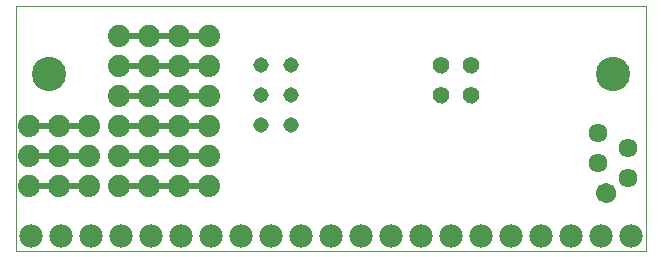
<source format=gbs>
G75*
G70*
%OFA0B0*%
%FSLAX24Y24*%
%IPPOS*%
%LPD*%
%AMOC8*
5,1,8,0,0,1.08239X$1,22.5*
%
%ADD10C,0.0000*%
%ADD11C,0.1143*%
%ADD12R,0.0300X0.0200*%
%ADD13C,0.0780*%
%ADD14C,0.0552*%
%ADD15C,0.0516*%
%ADD16C,0.0634*%
%ADD17C,0.0671*%
%ADD18C,0.0740*%
D10*
X000302Y002258D02*
X000302Y010408D01*
X021302Y010408D01*
X021302Y002258D01*
X000302Y002258D01*
X014236Y007438D02*
X014238Y007468D01*
X014244Y007498D01*
X014253Y007527D01*
X014266Y007554D01*
X014283Y007579D01*
X014302Y007602D01*
X014325Y007623D01*
X014350Y007640D01*
X014376Y007654D01*
X014405Y007664D01*
X014434Y007671D01*
X014464Y007674D01*
X014495Y007673D01*
X014525Y007668D01*
X014554Y007659D01*
X014581Y007647D01*
X014607Y007632D01*
X014631Y007613D01*
X014652Y007591D01*
X014670Y007567D01*
X014685Y007540D01*
X014696Y007512D01*
X014704Y007483D01*
X014708Y007453D01*
X014708Y007423D01*
X014704Y007393D01*
X014696Y007364D01*
X014685Y007336D01*
X014670Y007309D01*
X014652Y007285D01*
X014631Y007263D01*
X014607Y007244D01*
X014581Y007229D01*
X014554Y007217D01*
X014525Y007208D01*
X014495Y007203D01*
X014464Y007202D01*
X014434Y007205D01*
X014405Y007212D01*
X014376Y007222D01*
X014350Y007236D01*
X014325Y007253D01*
X014302Y007274D01*
X014283Y007297D01*
X014266Y007322D01*
X014253Y007349D01*
X014244Y007378D01*
X014238Y007408D01*
X014236Y007438D01*
X015236Y007438D02*
X015238Y007468D01*
X015244Y007498D01*
X015253Y007527D01*
X015266Y007554D01*
X015283Y007579D01*
X015302Y007602D01*
X015325Y007623D01*
X015350Y007640D01*
X015376Y007654D01*
X015405Y007664D01*
X015434Y007671D01*
X015464Y007674D01*
X015495Y007673D01*
X015525Y007668D01*
X015554Y007659D01*
X015581Y007647D01*
X015607Y007632D01*
X015631Y007613D01*
X015652Y007591D01*
X015670Y007567D01*
X015685Y007540D01*
X015696Y007512D01*
X015704Y007483D01*
X015708Y007453D01*
X015708Y007423D01*
X015704Y007393D01*
X015696Y007364D01*
X015685Y007336D01*
X015670Y007309D01*
X015652Y007285D01*
X015631Y007263D01*
X015607Y007244D01*
X015581Y007229D01*
X015554Y007217D01*
X015525Y007208D01*
X015495Y007203D01*
X015464Y007202D01*
X015434Y007205D01*
X015405Y007212D01*
X015376Y007222D01*
X015350Y007236D01*
X015325Y007253D01*
X015302Y007274D01*
X015283Y007297D01*
X015266Y007322D01*
X015253Y007349D01*
X015244Y007378D01*
X015238Y007408D01*
X015236Y007438D01*
X015236Y008438D02*
X015238Y008468D01*
X015244Y008498D01*
X015253Y008527D01*
X015266Y008554D01*
X015283Y008579D01*
X015302Y008602D01*
X015325Y008623D01*
X015350Y008640D01*
X015376Y008654D01*
X015405Y008664D01*
X015434Y008671D01*
X015464Y008674D01*
X015495Y008673D01*
X015525Y008668D01*
X015554Y008659D01*
X015581Y008647D01*
X015607Y008632D01*
X015631Y008613D01*
X015652Y008591D01*
X015670Y008567D01*
X015685Y008540D01*
X015696Y008512D01*
X015704Y008483D01*
X015708Y008453D01*
X015708Y008423D01*
X015704Y008393D01*
X015696Y008364D01*
X015685Y008336D01*
X015670Y008309D01*
X015652Y008285D01*
X015631Y008263D01*
X015607Y008244D01*
X015581Y008229D01*
X015554Y008217D01*
X015525Y008208D01*
X015495Y008203D01*
X015464Y008202D01*
X015434Y008205D01*
X015405Y008212D01*
X015376Y008222D01*
X015350Y008236D01*
X015325Y008253D01*
X015302Y008274D01*
X015283Y008297D01*
X015266Y008322D01*
X015253Y008349D01*
X015244Y008378D01*
X015238Y008408D01*
X015236Y008438D01*
X014236Y008438D02*
X014238Y008468D01*
X014244Y008498D01*
X014253Y008527D01*
X014266Y008554D01*
X014283Y008579D01*
X014302Y008602D01*
X014325Y008623D01*
X014350Y008640D01*
X014376Y008654D01*
X014405Y008664D01*
X014434Y008671D01*
X014464Y008674D01*
X014495Y008673D01*
X014525Y008668D01*
X014554Y008659D01*
X014581Y008647D01*
X014607Y008632D01*
X014631Y008613D01*
X014652Y008591D01*
X014670Y008567D01*
X014685Y008540D01*
X014696Y008512D01*
X014704Y008483D01*
X014708Y008453D01*
X014708Y008423D01*
X014704Y008393D01*
X014696Y008364D01*
X014685Y008336D01*
X014670Y008309D01*
X014652Y008285D01*
X014631Y008263D01*
X014607Y008244D01*
X014581Y008229D01*
X014554Y008217D01*
X014525Y008208D01*
X014495Y008203D01*
X014464Y008202D01*
X014434Y008205D01*
X014405Y008212D01*
X014376Y008222D01*
X014350Y008236D01*
X014325Y008253D01*
X014302Y008274D01*
X014283Y008297D01*
X014266Y008322D01*
X014253Y008349D01*
X014244Y008378D01*
X014238Y008408D01*
X014236Y008438D01*
X019671Y008158D02*
X019673Y008204D01*
X019679Y008249D01*
X019689Y008294D01*
X019702Y008337D01*
X019719Y008380D01*
X019740Y008420D01*
X019764Y008459D01*
X019792Y008495D01*
X019823Y008529D01*
X019856Y008561D01*
X019892Y008589D01*
X019930Y008614D01*
X019970Y008636D01*
X020012Y008654D01*
X020055Y008668D01*
X020100Y008679D01*
X020145Y008686D01*
X020191Y008689D01*
X020236Y008688D01*
X020282Y008683D01*
X020327Y008674D01*
X020370Y008662D01*
X020413Y008645D01*
X020454Y008625D01*
X020493Y008602D01*
X020531Y008575D01*
X020565Y008545D01*
X020597Y008513D01*
X020626Y008477D01*
X020652Y008440D01*
X020675Y008400D01*
X020694Y008359D01*
X020709Y008316D01*
X020721Y008271D01*
X020729Y008226D01*
X020733Y008181D01*
X020733Y008135D01*
X020729Y008090D01*
X020721Y008045D01*
X020709Y008000D01*
X020694Y007957D01*
X020675Y007916D01*
X020652Y007876D01*
X020626Y007839D01*
X020597Y007803D01*
X020565Y007771D01*
X020531Y007741D01*
X020493Y007714D01*
X020454Y007691D01*
X020413Y007671D01*
X020370Y007654D01*
X020327Y007642D01*
X020282Y007633D01*
X020236Y007628D01*
X020191Y007627D01*
X020145Y007630D01*
X020100Y007637D01*
X020055Y007648D01*
X020012Y007662D01*
X019970Y007680D01*
X019930Y007702D01*
X019892Y007727D01*
X019856Y007755D01*
X019823Y007787D01*
X019792Y007821D01*
X019764Y007857D01*
X019740Y007896D01*
X019719Y007936D01*
X019702Y007979D01*
X019689Y008022D01*
X019679Y008067D01*
X019673Y008112D01*
X019671Y008158D01*
X019696Y004188D02*
X019698Y004222D01*
X019704Y004256D01*
X019714Y004289D01*
X019727Y004320D01*
X019745Y004350D01*
X019765Y004378D01*
X019789Y004403D01*
X019815Y004425D01*
X019843Y004443D01*
X019874Y004459D01*
X019906Y004471D01*
X019940Y004479D01*
X019974Y004483D01*
X020008Y004483D01*
X020042Y004479D01*
X020076Y004471D01*
X020108Y004459D01*
X020138Y004443D01*
X020167Y004425D01*
X020193Y004403D01*
X020217Y004378D01*
X020237Y004350D01*
X020255Y004320D01*
X020268Y004289D01*
X020278Y004256D01*
X020284Y004222D01*
X020286Y004188D01*
X020284Y004154D01*
X020278Y004120D01*
X020268Y004087D01*
X020255Y004056D01*
X020237Y004026D01*
X020217Y003998D01*
X020193Y003973D01*
X020167Y003951D01*
X020139Y003933D01*
X020108Y003917D01*
X020076Y003905D01*
X020042Y003897D01*
X020008Y003893D01*
X019974Y003893D01*
X019940Y003897D01*
X019906Y003905D01*
X019874Y003917D01*
X019843Y003933D01*
X019815Y003951D01*
X019789Y003973D01*
X019765Y003998D01*
X019745Y004026D01*
X019727Y004056D01*
X019714Y004087D01*
X019704Y004120D01*
X019698Y004154D01*
X019696Y004188D01*
X000871Y008158D02*
X000873Y008204D01*
X000879Y008249D01*
X000889Y008294D01*
X000902Y008337D01*
X000919Y008380D01*
X000940Y008420D01*
X000964Y008459D01*
X000992Y008495D01*
X001023Y008529D01*
X001056Y008561D01*
X001092Y008589D01*
X001130Y008614D01*
X001170Y008636D01*
X001212Y008654D01*
X001255Y008668D01*
X001300Y008679D01*
X001345Y008686D01*
X001391Y008689D01*
X001436Y008688D01*
X001482Y008683D01*
X001527Y008674D01*
X001570Y008662D01*
X001613Y008645D01*
X001654Y008625D01*
X001693Y008602D01*
X001731Y008575D01*
X001765Y008545D01*
X001797Y008513D01*
X001826Y008477D01*
X001852Y008440D01*
X001875Y008400D01*
X001894Y008359D01*
X001909Y008316D01*
X001921Y008271D01*
X001929Y008226D01*
X001933Y008181D01*
X001933Y008135D01*
X001929Y008090D01*
X001921Y008045D01*
X001909Y008000D01*
X001894Y007957D01*
X001875Y007916D01*
X001852Y007876D01*
X001826Y007839D01*
X001797Y007803D01*
X001765Y007771D01*
X001731Y007741D01*
X001693Y007714D01*
X001654Y007691D01*
X001613Y007671D01*
X001570Y007654D01*
X001527Y007642D01*
X001482Y007633D01*
X001436Y007628D01*
X001391Y007627D01*
X001345Y007630D01*
X001300Y007637D01*
X001255Y007648D01*
X001212Y007662D01*
X001170Y007680D01*
X001130Y007702D01*
X001092Y007727D01*
X001056Y007755D01*
X001023Y007787D01*
X000992Y007821D01*
X000964Y007857D01*
X000940Y007896D01*
X000919Y007936D01*
X000902Y007979D01*
X000889Y008022D01*
X000879Y008067D01*
X000873Y008112D01*
X000871Y008158D01*
D11*
X001402Y008158D03*
X020202Y008158D03*
D12*
X006252Y008408D03*
X005252Y008408D03*
X004252Y008408D03*
X004252Y009408D03*
X005252Y009408D03*
X006252Y009408D03*
X006252Y007408D03*
X005252Y007408D03*
X004252Y007408D03*
X004252Y006408D03*
X005252Y006408D03*
X006252Y006408D03*
X006252Y005408D03*
X005252Y005408D03*
X004252Y005408D03*
X002252Y005408D03*
X001252Y005408D03*
X001252Y004408D03*
X002252Y004408D03*
X004252Y004408D03*
X005252Y004408D03*
X006252Y004408D03*
X002252Y006408D03*
X001252Y006408D03*
D13*
X000802Y002758D03*
X001802Y002758D03*
X002802Y002758D03*
X003802Y002758D03*
X004802Y002758D03*
X005802Y002758D03*
X006802Y002758D03*
X007802Y002758D03*
X008802Y002758D03*
X009802Y002758D03*
X010802Y002758D03*
X011802Y002758D03*
X012802Y002758D03*
X013802Y002758D03*
X014802Y002758D03*
X015802Y002758D03*
X016802Y002758D03*
X017802Y002758D03*
X018802Y002758D03*
X019802Y002758D03*
X020802Y002758D03*
D14*
X015472Y007438D03*
X014472Y007438D03*
X014472Y008438D03*
X015472Y008438D03*
D15*
X009472Y008438D03*
X008472Y008438D03*
X008472Y007438D03*
X009472Y007438D03*
X009472Y006438D03*
X008472Y006438D03*
D16*
X019712Y006198D03*
X020712Y005698D03*
X019712Y005198D03*
X020712Y004698D03*
D17*
X019991Y004188D03*
D18*
X006752Y004408D03*
X005752Y004408D03*
X004752Y004408D03*
X003752Y004408D03*
X002752Y004408D03*
X001752Y004408D03*
X000752Y004408D03*
X000752Y005408D03*
X001752Y005408D03*
X002752Y005408D03*
X003752Y005408D03*
X004752Y005408D03*
X005752Y005408D03*
X006752Y005408D03*
X006752Y006408D03*
X005752Y006408D03*
X004752Y006408D03*
X003752Y006408D03*
X002752Y006408D03*
X001752Y006408D03*
X000752Y006408D03*
X003752Y007408D03*
X004752Y007408D03*
X005752Y007408D03*
X006752Y007408D03*
X006752Y008408D03*
X005752Y008408D03*
X004752Y008408D03*
X003752Y008408D03*
X003752Y009408D03*
X004752Y009408D03*
X005752Y009408D03*
X006752Y009408D03*
M02*

</source>
